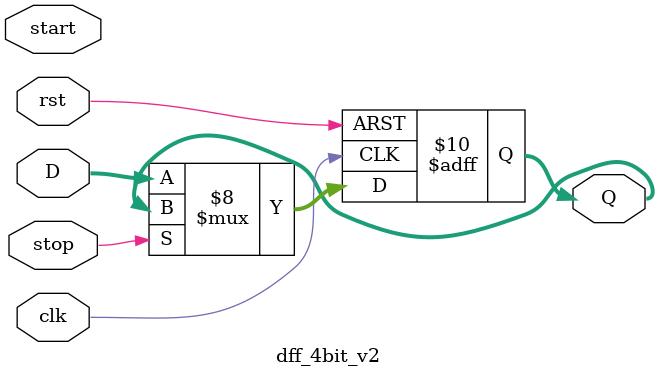
<source format=v>

module dff_4bit_v2 (D, Q, clk, rst, start, stop);
	
	input [3:0] D;
	input clk, rst, start, stop;
	output reg [3:0] Q;
	
	always @(posedge clk, posedge rst) begin
		
		if(rst == 1) Q <= 0;
		else if(stop == 1) Q <= Q;
		else if(start == 1) Q <= D;
		else Q <= D;
		
	end
	
endmodule
</source>
